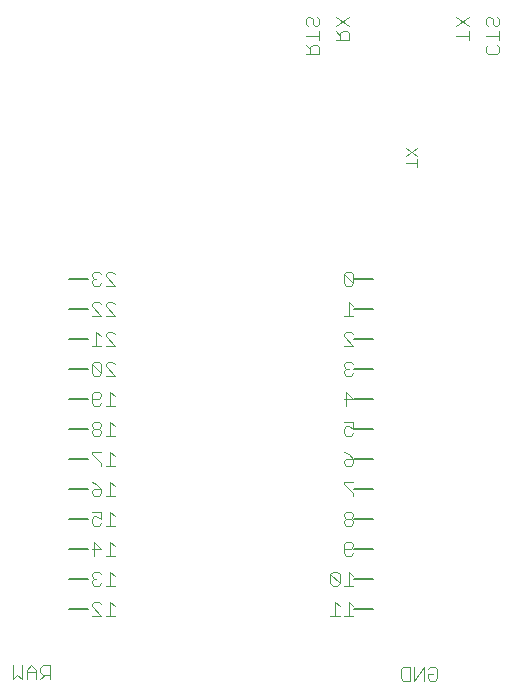
<source format=gbo>
G75*
G70*
%OFA0B0*%
%FSLAX24Y24*%
%IPPOS*%
%LPD*%
%AMOC8*
5,1,8,0,0,1.08239X$1,22.5*
%
%ADD10C,0.0030*%
%ADD11C,0.0040*%
%ADD12C,0.0050*%
D10*
X017269Y020500D02*
X017640Y020500D01*
X017640Y020623D02*
X017640Y020376D01*
X017640Y020745D02*
X017269Y020992D01*
X017269Y020745D02*
X017640Y020992D01*
D11*
X004161Y003755D02*
X004161Y003295D01*
X004315Y003448D01*
X004468Y003295D01*
X004468Y003755D01*
X004622Y003602D02*
X004622Y003295D01*
X004622Y003525D02*
X004929Y003525D01*
X004929Y003602D02*
X004775Y003755D01*
X004622Y003602D01*
X004929Y003602D02*
X004929Y003295D01*
X005082Y003295D02*
X005236Y003448D01*
X005159Y003448D02*
X005389Y003448D01*
X005389Y003295D02*
X005389Y003755D01*
X005159Y003755D01*
X005082Y003679D01*
X005082Y003525D01*
X005159Y003448D01*
X006793Y005420D02*
X007099Y005420D01*
X006793Y005727D01*
X006793Y005804D01*
X006869Y005880D01*
X007023Y005880D01*
X007099Y005804D01*
X007253Y005420D02*
X007560Y005420D01*
X007406Y005420D02*
X007406Y005880D01*
X007560Y005727D01*
X007560Y006420D02*
X007253Y006420D01*
X007406Y006420D02*
X007406Y006880D01*
X007560Y006727D01*
X007560Y007420D02*
X007253Y007420D01*
X007406Y007420D02*
X007406Y007880D01*
X007560Y007727D01*
X007099Y007650D02*
X006793Y007650D01*
X006869Y007420D02*
X006869Y007880D01*
X007099Y007650D01*
X007023Y006880D02*
X006869Y006880D01*
X006793Y006804D01*
X006793Y006727D01*
X006869Y006650D01*
X006793Y006573D01*
X006793Y006497D01*
X006869Y006420D01*
X007023Y006420D01*
X007099Y006497D01*
X006946Y006650D02*
X006869Y006650D01*
X007099Y006804D02*
X007023Y006880D01*
X007023Y008420D02*
X006869Y008420D01*
X006793Y008497D01*
X006793Y008650D01*
X006869Y008727D01*
X006946Y008727D01*
X007099Y008650D01*
X007099Y008880D01*
X006793Y008880D01*
X007099Y008497D02*
X007023Y008420D01*
X007253Y008420D02*
X007560Y008420D01*
X007406Y008420D02*
X007406Y008880D01*
X007560Y008727D01*
X007560Y009420D02*
X007253Y009420D01*
X007406Y009420D02*
X007406Y009880D01*
X007560Y009727D01*
X007099Y009650D02*
X006869Y009650D01*
X006793Y009573D01*
X006793Y009497D01*
X006869Y009420D01*
X007023Y009420D01*
X007099Y009497D01*
X007099Y009650D01*
X006946Y009804D01*
X006793Y009880D01*
X007099Y010420D02*
X007099Y010497D01*
X006793Y010804D01*
X006793Y010880D01*
X007099Y010880D01*
X007406Y010880D02*
X007406Y010420D01*
X007253Y010420D02*
X007560Y010420D01*
X007560Y010727D02*
X007406Y010880D01*
X007406Y011420D02*
X007406Y011880D01*
X007560Y011727D01*
X007560Y011420D02*
X007253Y011420D01*
X007099Y011497D02*
X007099Y011573D01*
X007023Y011650D01*
X006869Y011650D01*
X006793Y011573D01*
X006793Y011497D01*
X006869Y011420D01*
X007023Y011420D01*
X007099Y011497D01*
X007023Y011650D02*
X007099Y011727D01*
X007099Y011804D01*
X007023Y011880D01*
X006869Y011880D01*
X006793Y011804D01*
X006793Y011727D01*
X006869Y011650D01*
X006869Y012420D02*
X006793Y012497D01*
X006793Y012804D01*
X006869Y012880D01*
X007023Y012880D01*
X007099Y012804D01*
X007099Y012727D01*
X007023Y012650D01*
X006793Y012650D01*
X006869Y012420D02*
X007023Y012420D01*
X007099Y012497D01*
X007253Y012420D02*
X007560Y012420D01*
X007406Y012420D02*
X007406Y012880D01*
X007560Y012727D01*
X007560Y013420D02*
X007253Y013420D01*
X007099Y013497D02*
X007099Y013804D01*
X007023Y013880D01*
X006869Y013880D01*
X006793Y013804D01*
X007099Y013497D01*
X007023Y013420D01*
X006869Y013420D01*
X006793Y013497D01*
X006793Y013804D01*
X007253Y013804D02*
X007330Y013880D01*
X007483Y013880D01*
X007560Y013804D01*
X007253Y013727D02*
X007560Y013420D01*
X007253Y013727D02*
X007253Y013804D01*
X007253Y014420D02*
X007560Y014420D01*
X007253Y014727D01*
X007253Y014804D01*
X007330Y014880D01*
X007483Y014880D01*
X007560Y014804D01*
X007560Y015420D02*
X007253Y015420D01*
X007099Y015420D02*
X006793Y015727D01*
X006793Y015804D01*
X006869Y015880D01*
X007023Y015880D01*
X007099Y015804D01*
X007253Y015804D02*
X007330Y015880D01*
X007483Y015880D01*
X007560Y015804D01*
X007253Y015727D02*
X007560Y015420D01*
X007253Y015727D02*
X007253Y015804D01*
X007099Y015420D02*
X006793Y015420D01*
X006946Y014880D02*
X006946Y014420D01*
X007099Y014420D02*
X006793Y014420D01*
X007099Y014727D02*
X006946Y014880D01*
X006869Y016420D02*
X007023Y016420D01*
X007099Y016497D01*
X007253Y016420D02*
X007560Y016420D01*
X007253Y016727D01*
X007253Y016804D01*
X007330Y016880D01*
X007483Y016880D01*
X007560Y016804D01*
X007099Y016804D02*
X007023Y016880D01*
X006869Y016880D01*
X006793Y016804D01*
X006793Y016727D01*
X006869Y016650D01*
X006793Y016573D01*
X006793Y016497D01*
X006869Y016420D01*
X006869Y016650D02*
X006946Y016650D01*
X013924Y024139D02*
X014384Y024139D01*
X014384Y024369D01*
X014308Y024446D01*
X014154Y024446D01*
X014078Y024369D01*
X014078Y024139D01*
X014078Y024292D02*
X013924Y024446D01*
X013924Y024753D02*
X014384Y024753D01*
X014384Y024906D02*
X014384Y024599D01*
X014308Y025059D02*
X014231Y025059D01*
X014154Y025136D01*
X014154Y025290D01*
X014078Y025366D01*
X014001Y025366D01*
X013924Y025290D01*
X013924Y025136D01*
X014001Y025059D01*
X014308Y025059D02*
X014384Y025136D01*
X014384Y025290D01*
X014308Y025366D01*
X014924Y025366D02*
X015384Y025060D01*
X015308Y024906D02*
X015154Y024906D01*
X015078Y024829D01*
X015078Y024599D01*
X015078Y024753D02*
X014924Y024906D01*
X014924Y025060D02*
X015384Y025366D01*
X015308Y024906D02*
X015384Y024829D01*
X015384Y024599D01*
X014924Y024599D01*
X018924Y024753D02*
X019384Y024753D01*
X019384Y024906D02*
X019384Y024599D01*
X019384Y025060D02*
X018924Y025366D01*
X018924Y025060D02*
X019384Y025366D01*
X019924Y025290D02*
X019924Y025136D01*
X020001Y025059D01*
X020154Y025136D02*
X020154Y025290D01*
X020078Y025366D01*
X020001Y025366D01*
X019924Y025290D01*
X020154Y025136D02*
X020231Y025059D01*
X020308Y025059D01*
X020384Y025136D01*
X020384Y025290D01*
X020308Y025366D01*
X020384Y024906D02*
X020384Y024599D01*
X020384Y024753D02*
X019924Y024753D01*
X020001Y024446D02*
X019924Y024369D01*
X019924Y024215D01*
X020001Y024139D01*
X020308Y024139D01*
X020384Y024215D01*
X020384Y024369D01*
X020308Y024446D01*
X015437Y016880D02*
X015284Y016880D01*
X015207Y016804D01*
X015514Y016497D01*
X015437Y016420D01*
X015284Y016420D01*
X015207Y016497D01*
X015207Y016804D01*
X015437Y016880D02*
X015514Y016804D01*
X015514Y016497D01*
X015361Y015880D02*
X015361Y015420D01*
X015514Y015420D02*
X015207Y015420D01*
X015514Y015727D02*
X015361Y015880D01*
X015284Y014880D02*
X015437Y014880D01*
X015514Y014804D01*
X015284Y014880D02*
X015207Y014804D01*
X015207Y014727D01*
X015514Y014420D01*
X015207Y014420D01*
X015284Y013880D02*
X015207Y013804D01*
X015207Y013727D01*
X015284Y013650D01*
X015207Y013573D01*
X015207Y013497D01*
X015284Y013420D01*
X015437Y013420D01*
X015514Y013497D01*
X015361Y013650D02*
X015284Y013650D01*
X015284Y013880D02*
X015437Y013880D01*
X015514Y013804D01*
X015284Y012880D02*
X015514Y012650D01*
X015207Y012650D01*
X015284Y012420D02*
X015284Y012880D01*
X015207Y011880D02*
X015514Y011880D01*
X015514Y011650D01*
X015361Y011727D01*
X015284Y011727D01*
X015207Y011650D01*
X015207Y011497D01*
X015284Y011420D01*
X015437Y011420D01*
X015514Y011497D01*
X015207Y010880D02*
X015361Y010804D01*
X015514Y010650D01*
X015284Y010650D01*
X015207Y010573D01*
X015207Y010497D01*
X015284Y010420D01*
X015437Y010420D01*
X015514Y010497D01*
X015514Y010650D01*
X015514Y009880D02*
X015207Y009880D01*
X015207Y009804D01*
X015514Y009497D01*
X015514Y009420D01*
X015437Y008880D02*
X015284Y008880D01*
X015207Y008804D01*
X015207Y008727D01*
X015284Y008650D01*
X015437Y008650D01*
X015514Y008727D01*
X015514Y008804D01*
X015437Y008880D01*
X015437Y008650D02*
X015514Y008573D01*
X015514Y008497D01*
X015437Y008420D01*
X015284Y008420D01*
X015207Y008497D01*
X015207Y008573D01*
X015284Y008650D01*
X015284Y007880D02*
X015437Y007880D01*
X015514Y007804D01*
X015514Y007727D01*
X015437Y007650D01*
X015207Y007650D01*
X015207Y007497D02*
X015207Y007804D01*
X015284Y007880D01*
X015207Y007497D02*
X015284Y007420D01*
X015437Y007420D01*
X015514Y007497D01*
X015361Y006880D02*
X015361Y006420D01*
X015514Y006420D02*
X015207Y006420D01*
X015054Y006497D02*
X015054Y006804D01*
X014977Y006880D01*
X014824Y006880D01*
X014747Y006804D01*
X015054Y006497D01*
X014977Y006420D01*
X014824Y006420D01*
X014747Y006497D01*
X014747Y006804D01*
X015361Y006880D02*
X015514Y006727D01*
X015361Y005880D02*
X015361Y005420D01*
X015514Y005420D02*
X015207Y005420D01*
X015054Y005420D02*
X014747Y005420D01*
X014900Y005420D02*
X014900Y005880D01*
X015054Y005727D01*
X015361Y005880D02*
X015514Y005727D01*
X017163Y003705D02*
X017393Y003705D01*
X017393Y003245D01*
X017163Y003245D01*
X017086Y003322D01*
X017086Y003629D01*
X017163Y003705D01*
X017547Y003705D02*
X017547Y003245D01*
X017854Y003705D01*
X017854Y003245D01*
X018007Y003322D02*
X018007Y003475D01*
X018161Y003475D01*
X018314Y003322D02*
X018237Y003245D01*
X018084Y003245D01*
X018007Y003322D01*
X018314Y003322D02*
X018314Y003629D01*
X018237Y003705D01*
X018084Y003705D01*
X018007Y003629D01*
D12*
X016159Y005650D02*
X015534Y005650D01*
X015534Y006650D02*
X016159Y006650D01*
X016159Y007650D02*
X015534Y007650D01*
X015534Y008650D02*
X016159Y008650D01*
X016159Y009650D02*
X015534Y009650D01*
X015534Y010650D02*
X016159Y010650D01*
X016159Y011650D02*
X015534Y011650D01*
X015534Y012650D02*
X016159Y012650D01*
X016159Y013650D02*
X015534Y013650D01*
X015534Y014650D02*
X016159Y014650D01*
X016159Y015650D02*
X015534Y015650D01*
X015534Y016650D02*
X016159Y016650D01*
X006659Y016650D02*
X006034Y016650D01*
X006034Y015650D02*
X006659Y015650D01*
X006659Y014650D02*
X006034Y014650D01*
X006034Y013650D02*
X006659Y013650D01*
X006659Y012650D02*
X006034Y012650D01*
X006034Y011650D02*
X006659Y011650D01*
X006659Y010650D02*
X006034Y010650D01*
X006034Y009650D02*
X006659Y009650D01*
X006659Y008650D02*
X006034Y008650D01*
X006034Y007650D02*
X006659Y007650D01*
X006659Y006650D02*
X006034Y006650D01*
X006034Y005650D02*
X006659Y005650D01*
M02*

</source>
